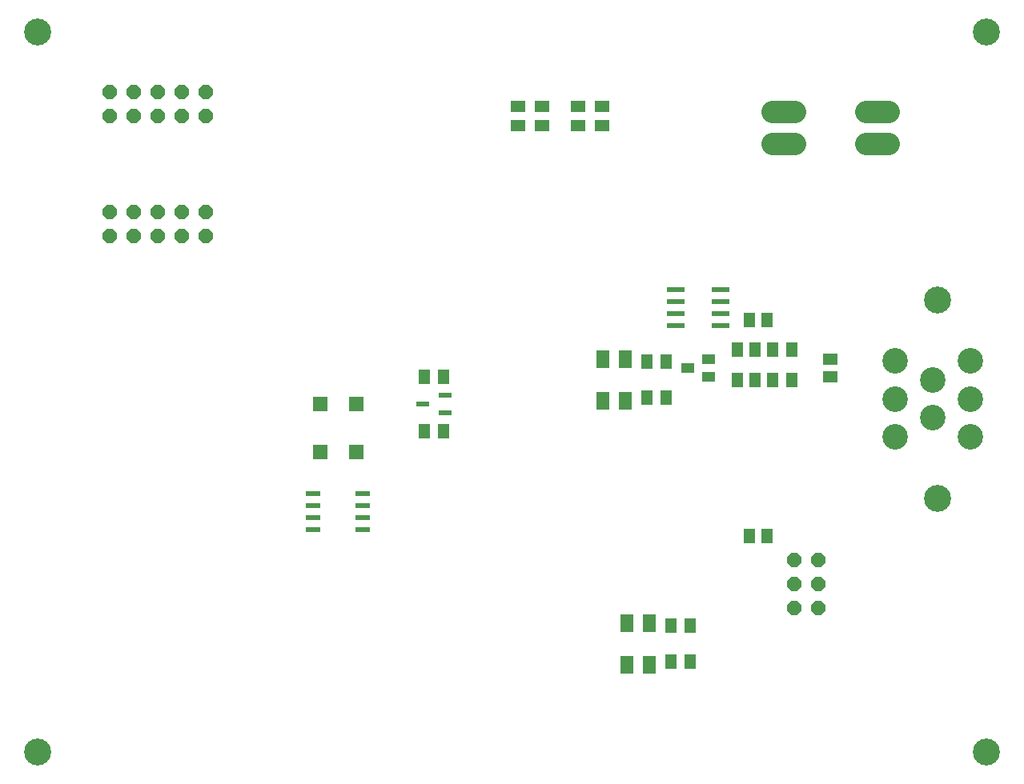
<source format=gbs>
G75*
%MOIN*%
%OFA0B0*%
%FSLAX25Y25*%
%IPPOS*%
%LPD*%
%AMOC8*
5,1,8,0,0,1.08239X$1,22.5*
%
%ADD10C,0.11200*%
%ADD11R,0.05118X0.06299*%
%ADD12R,0.05512X0.03937*%
%ADD13OC8,0.06000*%
%ADD14R,0.05512X0.07480*%
%ADD15R,0.05118X0.05906*%
%ADD16R,0.07800X0.02200*%
%ADD17C,0.11220*%
%ADD18C,0.10630*%
%ADD19R,0.05906X0.06299*%
%ADD20R,0.06300X0.02200*%
%ADD21C,0.09449*%
%ADD22R,0.05906X0.05118*%
%ADD23R,0.05200X0.02200*%
%ADD24R,0.06299X0.05118*%
D10*
X0040762Y0016800D03*
X0435762Y0016800D03*
X0435762Y0316800D03*
X0040762Y0316800D03*
D11*
X0201825Y0173100D03*
X0209699Y0173100D03*
X0209699Y0150500D03*
X0201825Y0150500D03*
X0294325Y0164300D03*
X0302199Y0164300D03*
X0302199Y0179300D03*
X0294325Y0179300D03*
X0346825Y0184300D03*
X0354699Y0184300D03*
X0354699Y0171800D03*
X0346825Y0171800D03*
X0312199Y0069300D03*
X0304325Y0069300D03*
X0304325Y0054300D03*
X0312199Y0054300D03*
D12*
X0320093Y0173060D03*
X0320093Y0180540D03*
X0311431Y0176800D03*
D13*
X0355762Y0096800D03*
X0365762Y0096800D03*
X0365762Y0086800D03*
X0365762Y0076800D03*
X0355762Y0076800D03*
X0355762Y0086800D03*
X0110762Y0231800D03*
X0100762Y0231800D03*
X0090762Y0231800D03*
X0080762Y0231800D03*
X0080762Y0241800D03*
X0090762Y0241800D03*
X0100762Y0241800D03*
X0110762Y0241800D03*
X0070762Y0241800D03*
X0070762Y0231800D03*
X0070762Y0281800D03*
X0080762Y0281800D03*
X0090762Y0281800D03*
X0100762Y0281800D03*
X0110762Y0281800D03*
X0110762Y0291800D03*
X0100762Y0291800D03*
X0090762Y0291800D03*
X0080762Y0291800D03*
X0070762Y0291800D03*
D14*
X0276037Y0180461D03*
X0285486Y0180461D03*
X0285486Y0163139D03*
X0276037Y0163139D03*
X0286037Y0070461D03*
X0295486Y0070461D03*
X0295486Y0053139D03*
X0286037Y0053139D03*
D15*
X0337022Y0106800D03*
X0344502Y0106800D03*
X0339502Y0171800D03*
X0332022Y0171800D03*
X0332022Y0184300D03*
X0339502Y0184300D03*
X0337022Y0196800D03*
X0344502Y0196800D03*
D16*
X0325062Y0194300D03*
X0325062Y0199300D03*
X0325062Y0204300D03*
X0325062Y0209300D03*
X0306462Y0209300D03*
X0306462Y0204300D03*
X0306462Y0199300D03*
X0306462Y0194300D03*
D17*
X0415329Y0205225D03*
X0415329Y0122548D03*
D18*
X0429108Y0148139D03*
X0413360Y0156013D03*
X0429108Y0163887D03*
X0413360Y0171761D03*
X0429108Y0179635D03*
X0397612Y0179635D03*
X0397612Y0163887D03*
X0397612Y0148139D03*
D19*
X0173242Y0141761D03*
X0158281Y0141761D03*
X0158281Y0161839D03*
X0173242Y0161839D03*
D20*
X0176162Y0124300D03*
X0176162Y0119300D03*
X0176162Y0114300D03*
X0176162Y0109300D03*
X0155362Y0109300D03*
X0155362Y0114300D03*
X0155362Y0119300D03*
X0155362Y0124300D03*
D21*
X0346510Y0270107D02*
X0355959Y0270107D01*
X0355959Y0283493D02*
X0346510Y0283493D01*
X0385565Y0283493D02*
X0395014Y0283493D01*
X0395014Y0270107D02*
X0385565Y0270107D01*
D22*
X0370762Y0180540D03*
X0370762Y0173060D03*
D23*
X0210462Y0165500D03*
X0210462Y0158100D03*
X0201062Y0161800D03*
D24*
X0240762Y0277863D03*
X0240762Y0285737D03*
X0250762Y0285737D03*
X0250762Y0277863D03*
X0265762Y0277863D03*
X0265762Y0285737D03*
X0275762Y0285737D03*
X0275762Y0277863D03*
M02*

</source>
